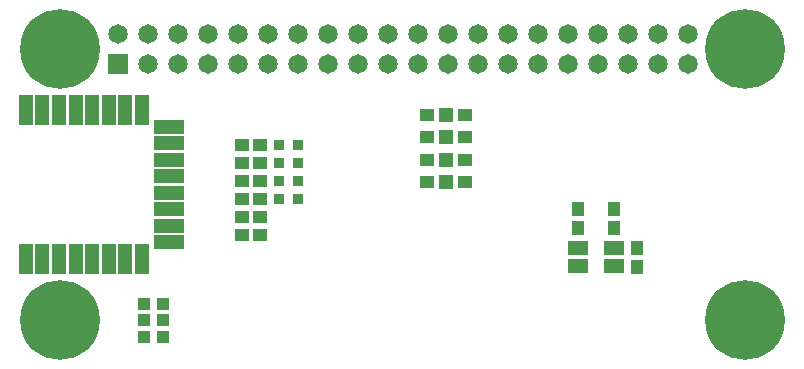
<source format=gts>
G04 Layer_Color=8388736*
%FSLAX25Y25*%
%MOIN*%
G70*
G01*
G75*
%ADD27R,0.03750X0.03750*%
%ADD28R,0.04537X0.04340*%
%ADD29R,0.04340X0.04143*%
%ADD30R,0.04537X0.04537*%
%ADD31R,0.06506X0.04931*%
%ADD32R,0.04340X0.04537*%
%ADD33R,0.04537X0.10246*%
%ADD34R,0.10246X0.04537*%
%ADD35C,0.26575*%
%ADD36R,0.06506X0.06506*%
%ADD37C,0.06506*%
D27*
X93150Y72500D02*
D03*
X86850D02*
D03*
X93150Y66500D02*
D03*
X86850D02*
D03*
X93150Y60500D02*
D03*
X86850D02*
D03*
X93150Y54500D02*
D03*
X86850D02*
D03*
D28*
X74350Y72500D02*
D03*
X80650D02*
D03*
X80650Y42500D02*
D03*
X74350D02*
D03*
X80650Y48500D02*
D03*
X74350D02*
D03*
X74350Y54500D02*
D03*
X80650D02*
D03*
X74350Y60500D02*
D03*
X80650D02*
D03*
X74350Y66500D02*
D03*
X80650D02*
D03*
X136201Y82500D02*
D03*
X148799Y82500D02*
D03*
X136201Y75000D02*
D03*
X148799Y75000D02*
D03*
Y67500D02*
D03*
X136201Y67500D02*
D03*
X148799Y60000D02*
D03*
X136201Y60000D02*
D03*
D29*
X41850Y8500D02*
D03*
X48150D02*
D03*
X41850Y14000D02*
D03*
X48150D02*
D03*
X41850Y19500D02*
D03*
X48150D02*
D03*
D30*
X142500Y82500D02*
D03*
Y75000D02*
D03*
Y67500D02*
D03*
Y60000D02*
D03*
D31*
X198406Y37953D02*
D03*
Y32047D02*
D03*
X186594D02*
D03*
Y37953D02*
D03*
D32*
X186500Y51150D02*
D03*
Y44850D02*
D03*
X198500Y44850D02*
D03*
Y51150D02*
D03*
X206000Y31850D02*
D03*
Y38150D02*
D03*
D33*
X2476Y84000D02*
D03*
X7988D02*
D03*
X13500D02*
D03*
X19012D02*
D03*
X24524D02*
D03*
X30035D02*
D03*
X35547Y84000D02*
D03*
X41059D02*
D03*
X41059Y34433D02*
D03*
X35547D02*
D03*
X30035D02*
D03*
X24524D02*
D03*
X19012D02*
D03*
X13500D02*
D03*
X7988D02*
D03*
X2476D02*
D03*
D34*
X50094Y78508D02*
D03*
Y72996D02*
D03*
Y67484D02*
D03*
Y61972D02*
D03*
Y56461D02*
D03*
Y50949D02*
D03*
Y45437D02*
D03*
Y39925D02*
D03*
D35*
X242173Y104500D02*
D03*
Y13949D02*
D03*
X13827Y104500D02*
D03*
Y13949D02*
D03*
D36*
X33000Y99500D02*
D03*
D37*
X43000D02*
D03*
X53000D02*
D03*
X63000D02*
D03*
X73000D02*
D03*
X83000D02*
D03*
X93000D02*
D03*
X103000D02*
D03*
X113000D02*
D03*
X123000D02*
D03*
X133000D02*
D03*
X143000D02*
D03*
X153000D02*
D03*
X163000D02*
D03*
X173000D02*
D03*
X183000D02*
D03*
X193000D02*
D03*
X203000D02*
D03*
X213000D02*
D03*
X223000D02*
D03*
X33000Y109500D02*
D03*
X43000D02*
D03*
X53000D02*
D03*
X63000D02*
D03*
X73000D02*
D03*
X83000D02*
D03*
X93000D02*
D03*
X103000D02*
D03*
X113000D02*
D03*
X123000D02*
D03*
X133000D02*
D03*
X143000D02*
D03*
X153000D02*
D03*
X163000D02*
D03*
X173000D02*
D03*
X183000D02*
D03*
X193000D02*
D03*
X203000D02*
D03*
X213000D02*
D03*
X223000D02*
D03*
M02*

</source>
